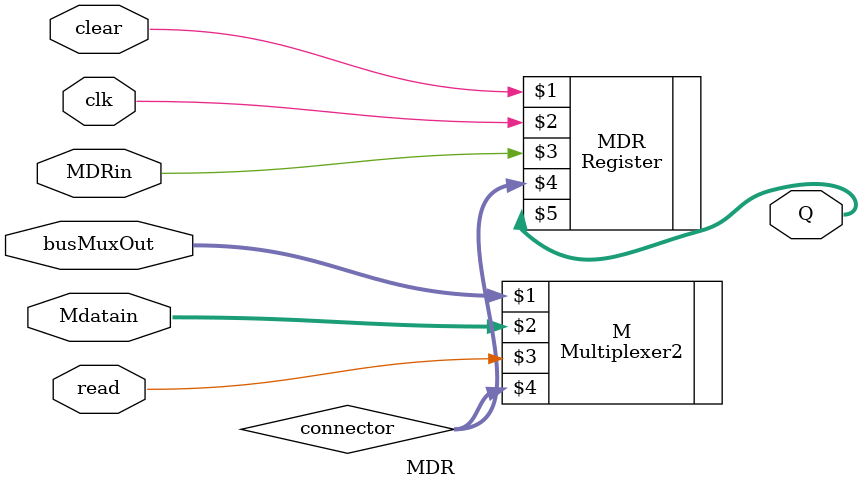
<source format=v>
module MDR(
 input [31:0] busMuxOut, Mdatain,
 input read, clear, clk, MDRin,
 output [31:0] Q);
 
  wire [31:0] connector;
  
  Multiplexer2 M(busMuxOut, Mdatain, read, connector);
  Register MDR (clear, clk, MDRin, connector, Q);
 endmodule 
</source>
